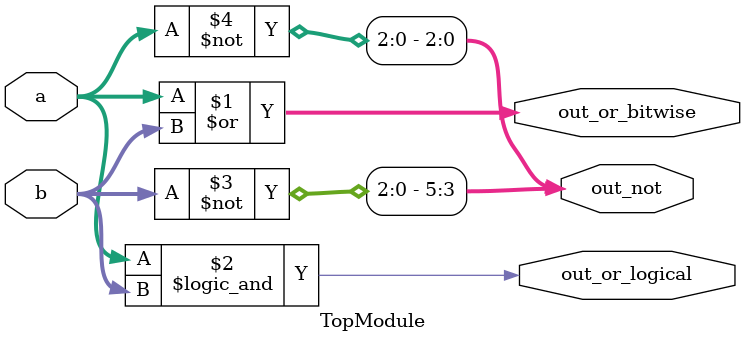
<source format=sv>


module TopModule (
  input [2:0] a,
  input [2:0] b,
  output [2:0] out_or_bitwise,
  output out_or_logical,
  output [5:0] out_not
);

  assign out_or_bitwise = a | b;
  assign out_or_logical = a && b;
  assign out_not[5:3] = ~b;
  assign out_not[2:0] = ~a;
endmodule

</source>
